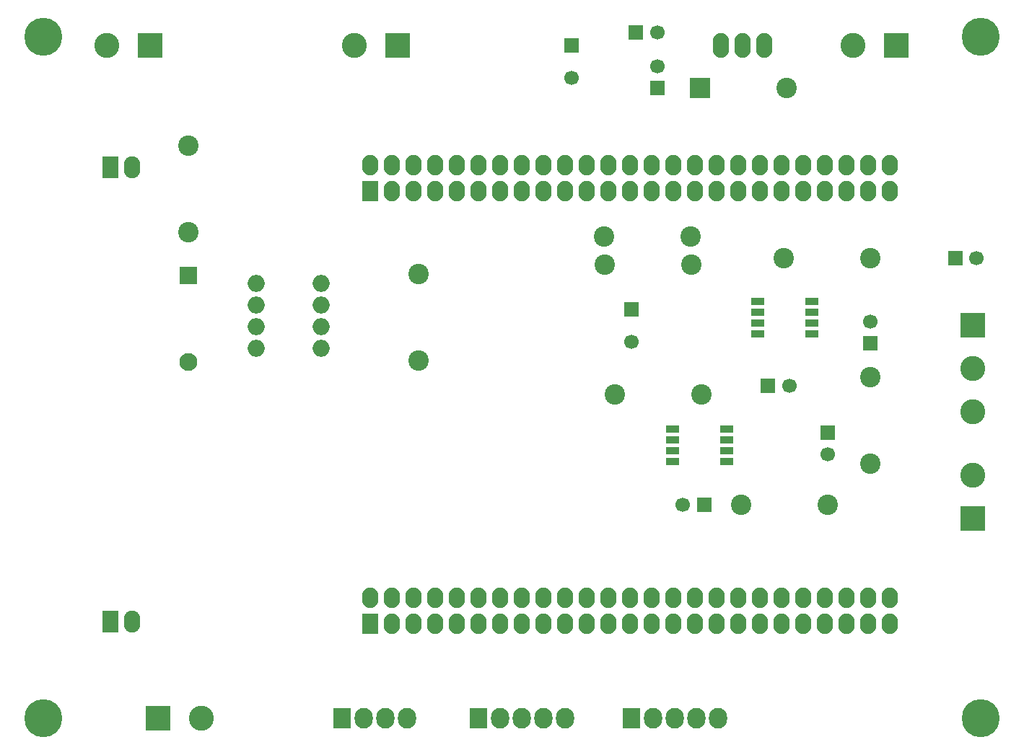
<source format=gbr>
G04 #@! TF.FileFunction,Soldermask,Top*
%FSLAX46Y46*%
G04 Gerber Fmt 4.6, Leading zero omitted, Abs format (unit mm)*
G04 Created by KiCad (PCBNEW 4.0.5+dfsg1-4) date Mon Jun 25 17:19:19 2018*
%MOMM*%
%LPD*%
G01*
G04 APERTURE LIST*
%ADD10C,0.100000*%
%ADD11R,1.900000X2.600000*%
%ADD12O,1.900000X2.600000*%
%ADD13O,1.900000X2.400000*%
%ADD14R,1.900000X2.400000*%
%ADD15R,1.700000X1.700000*%
%ADD16C,1.700000*%
%ADD17C,2.398980*%
%ADD18R,2.398980X2.398980*%
%ADD19C,2.099260*%
%ADD20R,2.099260X2.099260*%
%ADD21R,2.940000X2.940000*%
%ADD22C,2.940000*%
%ADD23R,2.127200X2.432000*%
%ADD24O,2.127200X2.432000*%
%ADD25O,1.901140X2.899360*%
%ADD26O,2.000000X2.000000*%
%ADD27R,1.543000X0.908000*%
%ADD28C,4.464000*%
G04 APERTURE END LIST*
D10*
D11*
X97840000Y-61330000D03*
D12*
X100380000Y-61330000D03*
D13*
X189280000Y-64120000D03*
X186740000Y-64120000D03*
X184200000Y-64120000D03*
X181660000Y-64120000D03*
X179120000Y-64120000D03*
X176580000Y-64120000D03*
X174040000Y-64120000D03*
X171500000Y-64120000D03*
X168960000Y-64120000D03*
X166420000Y-64120000D03*
X163880000Y-64120000D03*
X161340000Y-64120000D03*
X158800000Y-64120000D03*
X156260000Y-64120000D03*
X153720000Y-64120000D03*
X151180000Y-64120000D03*
X148640000Y-64120000D03*
X146100000Y-64120000D03*
X143560000Y-64120000D03*
X141020000Y-64120000D03*
X138480000Y-64120000D03*
X135940000Y-64120000D03*
X133400000Y-64120000D03*
X130860000Y-64120000D03*
D14*
X128320000Y-64120000D03*
D13*
X128320000Y-61080000D03*
X130860000Y-61080000D03*
X133400000Y-61080000D03*
X135940000Y-61080000D03*
X138480000Y-61080000D03*
X141020000Y-61080000D03*
X143560000Y-61080000D03*
X146100000Y-61080000D03*
X148640000Y-61080000D03*
X151180000Y-61080000D03*
X153720000Y-61080000D03*
X156260000Y-61080000D03*
X158800000Y-61080000D03*
X161340000Y-61080000D03*
X163880000Y-61080000D03*
X166420000Y-61080000D03*
X168960000Y-61080000D03*
X171500000Y-61080000D03*
X174040000Y-61080000D03*
X176580000Y-61080000D03*
X179120000Y-61080000D03*
X181660000Y-61080000D03*
X184200000Y-61080000D03*
X186740000Y-61080000D03*
X189280000Y-61080000D03*
X189280000Y-111880000D03*
X186740000Y-111880000D03*
X184200000Y-111880000D03*
X181660000Y-111880000D03*
X179120000Y-111880000D03*
X176580000Y-111880000D03*
X174040000Y-111880000D03*
X171500000Y-111880000D03*
X168960000Y-111880000D03*
X166420000Y-111880000D03*
X163880000Y-111880000D03*
X161340000Y-111880000D03*
X158800000Y-111880000D03*
X156260000Y-111880000D03*
X153720000Y-111880000D03*
X151180000Y-111880000D03*
X148640000Y-111880000D03*
X146100000Y-111880000D03*
X143560000Y-111880000D03*
X141020000Y-111880000D03*
X138480000Y-111880000D03*
X135940000Y-111880000D03*
X133400000Y-111880000D03*
X130860000Y-111880000D03*
X128320000Y-111880000D03*
D14*
X128320000Y-114920000D03*
D13*
X130860000Y-114920000D03*
X133400000Y-114920000D03*
X135940000Y-114920000D03*
X138480000Y-114920000D03*
X141020000Y-114920000D03*
X143560000Y-114920000D03*
X146100000Y-114920000D03*
X148640000Y-114920000D03*
X151180000Y-114920000D03*
X153720000Y-114920000D03*
X156260000Y-114920000D03*
X158800000Y-114920000D03*
X161340000Y-114920000D03*
X163880000Y-114920000D03*
X166420000Y-114920000D03*
X168960000Y-114920000D03*
X171500000Y-114920000D03*
X174040000Y-114920000D03*
X176580000Y-114920000D03*
X179120000Y-114920000D03*
X181660000Y-114920000D03*
X184200000Y-114920000D03*
X186740000Y-114920000D03*
X189280000Y-114920000D03*
D12*
X100380000Y-114670000D03*
D11*
X97840000Y-114670000D03*
D15*
X187000000Y-82000000D03*
D16*
X187000000Y-79500000D03*
D15*
X162000000Y-52000000D03*
D16*
X162000000Y-49500000D03*
D15*
X152000000Y-47000000D03*
D16*
X152000000Y-50800000D03*
D15*
X159500000Y-45500000D03*
D16*
X162000000Y-45500000D03*
D15*
X167500000Y-101000000D03*
D16*
X165000000Y-101000000D03*
D15*
X175000000Y-87000000D03*
D16*
X177500000Y-87000000D03*
D15*
X182000000Y-92500000D03*
D16*
X182000000Y-95000000D03*
D15*
X197000000Y-72000000D03*
D16*
X199500000Y-72000000D03*
D15*
X159000000Y-78000000D03*
D16*
X159000000Y-81800000D03*
D17*
X177160000Y-51997460D03*
D18*
X167000000Y-51997460D03*
D19*
X107002540Y-84160520D03*
D20*
X107002540Y-74000520D03*
D21*
X190040000Y-47000000D03*
D22*
X184960000Y-47000000D03*
D21*
X131540000Y-47000000D03*
D22*
X126460000Y-47000000D03*
D21*
X102540000Y-47000000D03*
D22*
X97460000Y-47000000D03*
D21*
X199000000Y-102540000D03*
D22*
X199000000Y-97460000D03*
D21*
X103460000Y-126000000D03*
D22*
X108540000Y-126000000D03*
D23*
X125000000Y-126000000D03*
D24*
X127540000Y-126000000D03*
X130080000Y-126000000D03*
X132620000Y-126000000D03*
D23*
X141000000Y-126000000D03*
D24*
X143540000Y-126000000D03*
X146080000Y-126000000D03*
X148620000Y-126000000D03*
X151160000Y-126000000D03*
D23*
X159000000Y-126000000D03*
D24*
X161540000Y-126000000D03*
X164080000Y-126000000D03*
X166620000Y-126000000D03*
X169160000Y-126000000D03*
D17*
X134000000Y-84000000D03*
X134000000Y-73840000D03*
X107000000Y-69000000D03*
X107000000Y-58840000D03*
X157000000Y-88000000D03*
X167160000Y-88000000D03*
X182000000Y-101000000D03*
X171840000Y-101000000D03*
X187000000Y-86000000D03*
X187000000Y-96160000D03*
X187000000Y-72000000D03*
X176840000Y-72000000D03*
D21*
X199000000Y-79920000D03*
D22*
X199000000Y-85000000D03*
X199000000Y-90080000D03*
D25*
X172000000Y-47000000D03*
X169460000Y-47000000D03*
X174540000Y-47000000D03*
D26*
X115000000Y-75000000D03*
X115000000Y-77540000D03*
X115000000Y-80080000D03*
X115000000Y-82620000D03*
X122620000Y-82620000D03*
X122620000Y-80080000D03*
X122620000Y-77540000D03*
X122620000Y-75000000D03*
D27*
X173825000Y-80905000D03*
X173825000Y-79635000D03*
X173825000Y-78365000D03*
X173825000Y-77095000D03*
X180175000Y-77095000D03*
X180175000Y-78365000D03*
X180175000Y-79635000D03*
X180175000Y-80905000D03*
X163825000Y-95905000D03*
X163825000Y-94635000D03*
X163825000Y-93365000D03*
X163825000Y-92095000D03*
X170175000Y-92095000D03*
X170175000Y-93365000D03*
X170175000Y-94635000D03*
X170175000Y-95905000D03*
D28*
X90000000Y-46000000D03*
X90000000Y-126000000D03*
X200000000Y-126000000D03*
X200000000Y-46000000D03*
D17*
X155800000Y-69500000D03*
X165960000Y-69500000D03*
X165975000Y-72750000D03*
X155815000Y-72750000D03*
M02*

</source>
